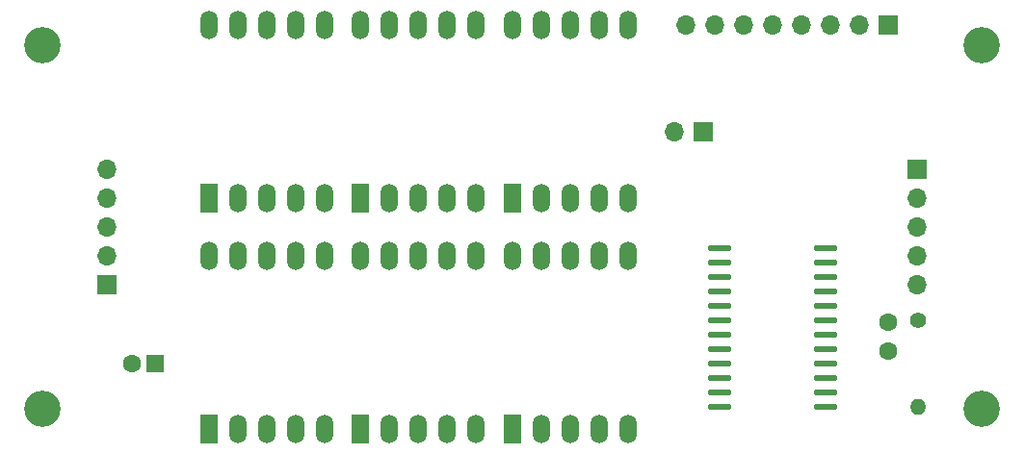
<source format=gbr>
%TF.GenerationSoftware,KiCad,Pcbnew,(6.0.0)*%
%TF.CreationDate,2022-01-04T00:37:29-05:00*%
%TF.ProjectId,spi led breakout,73706920-6c65-4642-9062-7265616b6f75,rev?*%
%TF.SameCoordinates,Original*%
%TF.FileFunction,Soldermask,Top*%
%TF.FilePolarity,Negative*%
%FSLAX46Y46*%
G04 Gerber Fmt 4.6, Leading zero omitted, Abs format (unit mm)*
G04 Created by KiCad (PCBNEW (6.0.0)) date 2022-01-04 00:37:29*
%MOMM*%
%LPD*%
G01*
G04 APERTURE LIST*
G04 Aperture macros list*
%AMRoundRect*
0 Rectangle with rounded corners*
0 $1 Rounding radius*
0 $2 $3 $4 $5 $6 $7 $8 $9 X,Y pos of 4 corners*
0 Add a 4 corners polygon primitive as box body*
4,1,4,$2,$3,$4,$5,$6,$7,$8,$9,$2,$3,0*
0 Add four circle primitives for the rounded corners*
1,1,$1+$1,$2,$3*
1,1,$1+$1,$4,$5*
1,1,$1+$1,$6,$7*
1,1,$1+$1,$8,$9*
0 Add four rect primitives between the rounded corners*
20,1,$1+$1,$2,$3,$4,$5,0*
20,1,$1+$1,$4,$5,$6,$7,0*
20,1,$1+$1,$6,$7,$8,$9,0*
20,1,$1+$1,$8,$9,$2,$3,0*%
G04 Aperture macros list end*
%ADD10C,3.200000*%
%ADD11R,1.600000X1.600000*%
%ADD12C,1.600000*%
%ADD13R,1.524000X2.524000*%
%ADD14O,1.524000X2.524000*%
%ADD15R,1.700000X1.700000*%
%ADD16O,1.700000X1.700000*%
%ADD17C,1.400000*%
%ADD18O,1.400000X1.400000*%
%ADD19RoundRect,0.137500X-0.862500X-0.137500X0.862500X-0.137500X0.862500X0.137500X-0.862500X0.137500X0*%
G04 APERTURE END LIST*
D10*
%TO.C,H2*%
X190754000Y-122682000D03*
%TD*%
%TO.C,H1*%
X190754000Y-90678000D03*
%TD*%
D11*
%TO.C,C1*%
X118049112Y-118745000D03*
D12*
X116049112Y-118745000D03*
%TD*%
D13*
%TO.C,LED2*%
X136144000Y-104140000D03*
D14*
X138684000Y-104140000D03*
X141224000Y-104140000D03*
X143764000Y-104140000D03*
X146304000Y-104140000D03*
X146304000Y-88900000D03*
X143764000Y-88900000D03*
X141224000Y-88900000D03*
X138684000Y-88900000D03*
X136144000Y-88900000D03*
%TD*%
D10*
%TO.C,H4*%
X108204000Y-90678000D03*
%TD*%
D15*
%TO.C,J4*%
X166248000Y-98298000D03*
D16*
X163708000Y-98298000D03*
%TD*%
D13*
%TO.C,LED5*%
X136144000Y-124460000D03*
D14*
X138684000Y-124460000D03*
X141224000Y-124460000D03*
X143764000Y-124460000D03*
X146304000Y-124460000D03*
X146304000Y-109220000D03*
X143764000Y-109220000D03*
X141224000Y-109220000D03*
X138684000Y-109220000D03*
X136144000Y-109220000D03*
%TD*%
D13*
%TO.C,LED3*%
X149479000Y-104140000D03*
D14*
X152019000Y-104140000D03*
X154559000Y-104140000D03*
X157099000Y-104140000D03*
X159639000Y-104140000D03*
X159639000Y-88900000D03*
X157099000Y-88900000D03*
X154559000Y-88900000D03*
X152019000Y-88900000D03*
X149479000Y-88900000D03*
%TD*%
D13*
%TO.C,LED6*%
X149479000Y-124460000D03*
D14*
X152019000Y-124460000D03*
X154559000Y-124460000D03*
X157099000Y-124460000D03*
X159639000Y-124460000D03*
X159639000Y-109220000D03*
X157099000Y-109220000D03*
X154559000Y-109220000D03*
X152019000Y-109220000D03*
X149479000Y-109220000D03*
%TD*%
D17*
%TO.C,R1*%
X185166000Y-114935000D03*
D18*
X185166000Y-122555000D03*
%TD*%
D10*
%TO.C,H3*%
X108204000Y-122682000D03*
%TD*%
D12*
%TO.C,C2*%
X182499000Y-115082000D03*
X182499000Y-117582000D03*
%TD*%
D13*
%TO.C,LED1*%
X122809000Y-104140000D03*
D14*
X125349000Y-104140000D03*
X127889000Y-104140000D03*
X130429000Y-104140000D03*
X132969000Y-104140000D03*
X132969000Y-88900000D03*
X130429000Y-88900000D03*
X127889000Y-88900000D03*
X125349000Y-88900000D03*
X122809000Y-88900000D03*
%TD*%
D13*
%TO.C,LED4*%
X122809000Y-124460000D03*
D14*
X125349000Y-124460000D03*
X127889000Y-124460000D03*
X130429000Y-124460000D03*
X132969000Y-124460000D03*
X132969000Y-109220000D03*
X130429000Y-109220000D03*
X127889000Y-109220000D03*
X125349000Y-109220000D03*
X122809000Y-109220000D03*
%TD*%
D15*
%TO.C,J3*%
X182499000Y-88900000D03*
D16*
X179959000Y-88900000D03*
X177419000Y-88900000D03*
X174879000Y-88900000D03*
X172339000Y-88900000D03*
X169799000Y-88900000D03*
X167259000Y-88900000D03*
X164719000Y-88900000D03*
%TD*%
D15*
%TO.C,J2*%
X185039000Y-101605000D03*
D16*
X185039000Y-104145000D03*
X185039000Y-106685000D03*
X185039000Y-109225000D03*
X185039000Y-111765000D03*
%TD*%
D15*
%TO.C,J1*%
X113849000Y-111755000D03*
D16*
X113849000Y-109215000D03*
X113849000Y-106675000D03*
X113849000Y-104135000D03*
X113849000Y-101595000D03*
%TD*%
D19*
%TO.C,U1*%
X167689000Y-108585000D03*
X167689000Y-109855000D03*
X167689000Y-111125000D03*
X167689000Y-112395000D03*
X167689000Y-113665000D03*
X167689000Y-114935000D03*
X167689000Y-116205000D03*
X167689000Y-117475000D03*
X167689000Y-118745000D03*
X167689000Y-120015000D03*
X167689000Y-121285000D03*
X167689000Y-122555000D03*
X176989000Y-122555000D03*
X176989000Y-121285000D03*
X176989000Y-120015000D03*
X176989000Y-118745000D03*
X176989000Y-117475000D03*
X176989000Y-116205000D03*
X176989000Y-114935000D03*
X176989000Y-113665000D03*
X176989000Y-112395000D03*
X176989000Y-111125000D03*
X176989000Y-109855000D03*
X176989000Y-108585000D03*
%TD*%
M02*

</source>
